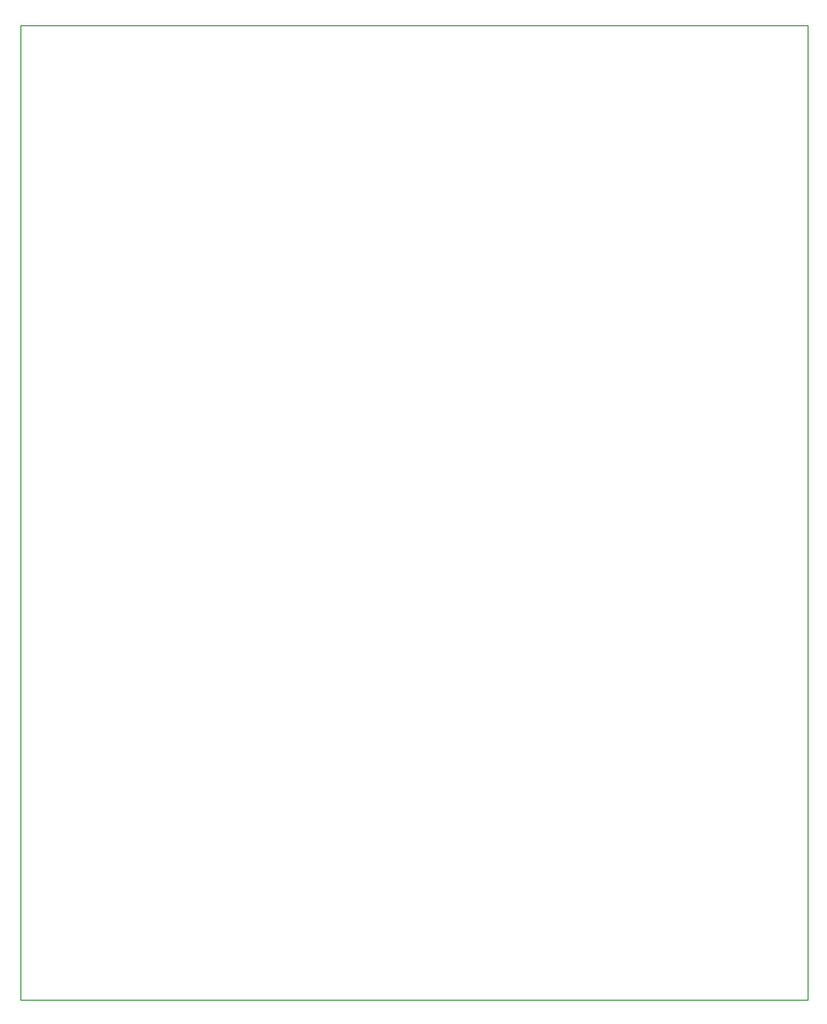
<source format=gbr>
%TF.GenerationSoftware,KiCad,Pcbnew,7.0.6-1.fc38*%
%TF.CreationDate,2023-08-24T19:35:41-07:00*%
%TF.ProjectId,s3gta_back,73336774-615f-4626-9163-6b2e6b696361,rev?*%
%TF.SameCoordinates,Original*%
%TF.FileFunction,Profile,NP*%
%FSLAX46Y46*%
G04 Gerber Fmt 4.6, Leading zero omitted, Abs format (unit mm)*
G04 Created by KiCad (PCBNEW 7.0.6-1.fc38) date 2023-08-24 19:35:41*
%MOMM*%
%LPD*%
G01*
G04 APERTURE LIST*
%TA.AperFunction,Profile*%
%ADD10C,0.050000*%
%TD*%
G04 APERTURE END LIST*
D10*
X170180000Y-152400000D02*
X101600000Y-152400000D01*
X101600000Y-152400000D02*
X101600000Y-67564000D01*
X170180000Y-67564000D02*
X101600000Y-67564000D01*
X170180000Y-152400000D02*
X170180000Y-67564000D01*
M02*

</source>
